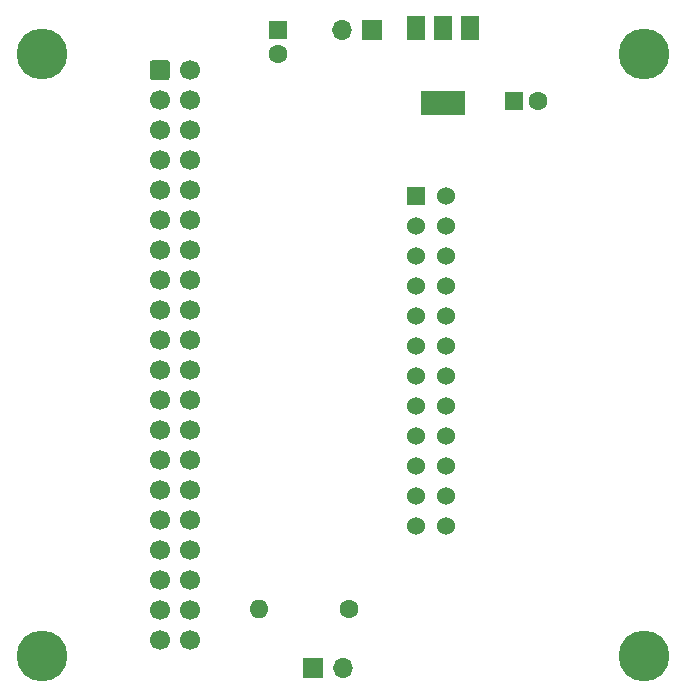
<source format=gbr>
%TF.GenerationSoftware,KiCad,Pcbnew,(5.1.10)-1*%
%TF.CreationDate,2021-09-06T21:49:58-04:00*%
%TF.ProjectId,3to4_Adapter,33746f34-5f41-4646-9170-7465722e6b69,v2*%
%TF.SameCoordinates,Original*%
%TF.FileFunction,Soldermask,Top*%
%TF.FilePolarity,Negative*%
%FSLAX46Y46*%
G04 Gerber Fmt 4.6, Leading zero omitted, Abs format (unit mm)*
G04 Created by KiCad (PCBNEW (5.1.10)-1) date 2021-09-06 21:49:58*
%MOMM*%
%LPD*%
G01*
G04 APERTURE LIST*
%ADD10O,1.700000X1.700000*%
%ADD11R,1.700000X1.700000*%
%ADD12R,1.500000X2.000000*%
%ADD13R,3.800000X2.000000*%
%ADD14O,1.600000X1.600000*%
%ADD15C,1.600000*%
%ADD16R,1.600000X1.600000*%
%ADD17C,1.530000*%
%ADD18R,1.530000X1.530000*%
%ADD19C,4.300000*%
%ADD20C,1.700000*%
G04 APERTURE END LIST*
D10*
%TO.C,J4*%
X142460000Y-77000000D03*
D11*
X145000000Y-77000000D03*
%TD*%
D12*
%TO.C,U1*%
X153300000Y-76850000D03*
X148700000Y-76850000D03*
X151000000Y-76850000D03*
D13*
X151000000Y-83150000D03*
%TD*%
D14*
%TO.C,R1*%
X135380000Y-126000000D03*
D15*
X143000000Y-126000000D03*
%TD*%
D10*
%TO.C,J3*%
X142540000Y-131000000D03*
D11*
X140000000Y-131000000D03*
%TD*%
D15*
%TO.C,C2*%
X159000000Y-83000000D03*
D16*
X157000000Y-83000000D03*
%TD*%
D15*
%TO.C,C1*%
X137000000Y-79000000D03*
D16*
X137000000Y-77000000D03*
%TD*%
D17*
%TO.C,J2*%
X151270000Y-118970000D03*
X148730000Y-118970000D03*
X151270000Y-116430000D03*
X148730000Y-116430000D03*
X151270000Y-113890000D03*
X148730000Y-113890000D03*
X151270000Y-111350000D03*
X148730000Y-111350000D03*
X151270000Y-108810000D03*
X148730000Y-108810000D03*
X151270000Y-106270000D03*
X148730000Y-106270000D03*
X151270000Y-103730000D03*
X148730000Y-103730000D03*
X151270000Y-101190000D03*
X148730000Y-101190000D03*
X151270000Y-98650000D03*
X148730000Y-98650000D03*
X151270000Y-96110000D03*
X148730000Y-96110000D03*
X151270000Y-93570000D03*
X148730000Y-93570000D03*
X151270000Y-91030000D03*
D18*
X148730000Y-91030000D03*
%TD*%
D19*
%TO.C,H4*%
X168000000Y-130000000D03*
%TD*%
%TO.C,H3*%
X168000000Y-79000000D03*
%TD*%
%TO.C,H2*%
X117000000Y-130000000D03*
%TD*%
%TO.C,H1*%
X117000000Y-79000000D03*
%TD*%
D20*
%TO.C,J1*%
X129540000Y-128660000D03*
X129540000Y-126120000D03*
X129540000Y-123580000D03*
X129540000Y-121040000D03*
X129540000Y-118500000D03*
X129540000Y-115960000D03*
X129540000Y-113420000D03*
X129540000Y-110880000D03*
X129540000Y-108340000D03*
X129540000Y-105800000D03*
X129540000Y-103260000D03*
X129540000Y-100720000D03*
X129540000Y-98180000D03*
X129540000Y-95640000D03*
X129540000Y-93100000D03*
X129540000Y-90560000D03*
X129540000Y-88020000D03*
X129540000Y-85480000D03*
X129540000Y-82940000D03*
X129540000Y-80400000D03*
X127000000Y-128660000D03*
X127000000Y-126120000D03*
X127000000Y-123580000D03*
X127000000Y-121040000D03*
X127000000Y-118500000D03*
X127000000Y-115960000D03*
X127000000Y-113420000D03*
X127000000Y-110880000D03*
X127000000Y-108340000D03*
X127000000Y-105800000D03*
X127000000Y-103260000D03*
X127000000Y-100720000D03*
X127000000Y-98180000D03*
X127000000Y-95640000D03*
X127000000Y-93100000D03*
X127000000Y-90560000D03*
X127000000Y-88020000D03*
X127000000Y-85480000D03*
X127000000Y-82940000D03*
G36*
G01*
X126150000Y-81000000D02*
X126150000Y-79800000D01*
G75*
G02*
X126400000Y-79550000I250000J0D01*
G01*
X127600000Y-79550000D01*
G75*
G02*
X127850000Y-79800000I0J-250000D01*
G01*
X127850000Y-81000000D01*
G75*
G02*
X127600000Y-81250000I-250000J0D01*
G01*
X126400000Y-81250000D01*
G75*
G02*
X126150000Y-81000000I0J250000D01*
G01*
G37*
%TD*%
M02*

</source>
